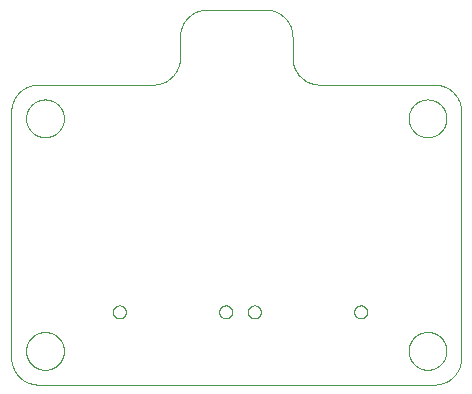
<source format=gbp>
G75*
%MOIN*%
%OFA0B0*%
%FSLAX25Y25*%
%IPPOS*%
%LPD*%
%AMOC8*
5,1,8,0,0,1.08239X$1,22.5*
%
%ADD10C,0.00000*%
D10*
X0014550Y0006924D02*
X0146550Y0006924D01*
X0146767Y0006927D01*
X0146985Y0006935D01*
X0147202Y0006948D01*
X0147419Y0006966D01*
X0147635Y0006990D01*
X0147850Y0007018D01*
X0148065Y0007052D01*
X0148279Y0007092D01*
X0148492Y0007136D01*
X0148704Y0007186D01*
X0148914Y0007240D01*
X0149124Y0007300D01*
X0149331Y0007364D01*
X0149537Y0007434D01*
X0149741Y0007509D01*
X0149944Y0007588D01*
X0150144Y0007673D01*
X0150343Y0007762D01*
X0150539Y0007856D01*
X0150733Y0007955D01*
X0150924Y0008058D01*
X0151113Y0008166D01*
X0151299Y0008279D01*
X0151482Y0008396D01*
X0151663Y0008517D01*
X0151840Y0008643D01*
X0152014Y0008773D01*
X0152186Y0008907D01*
X0152354Y0009045D01*
X0152518Y0009187D01*
X0152679Y0009334D01*
X0152837Y0009484D01*
X0152990Y0009637D01*
X0153140Y0009795D01*
X0153287Y0009956D01*
X0153429Y0010120D01*
X0153567Y0010288D01*
X0153701Y0010460D01*
X0153831Y0010634D01*
X0153957Y0010811D01*
X0154078Y0010992D01*
X0154195Y0011175D01*
X0154308Y0011361D01*
X0154416Y0011550D01*
X0154519Y0011741D01*
X0154618Y0011935D01*
X0154712Y0012131D01*
X0154801Y0012330D01*
X0154886Y0012530D01*
X0154965Y0012733D01*
X0155040Y0012937D01*
X0155110Y0013143D01*
X0155174Y0013350D01*
X0155234Y0013560D01*
X0155288Y0013770D01*
X0155338Y0013982D01*
X0155382Y0014195D01*
X0155422Y0014409D01*
X0155456Y0014624D01*
X0155484Y0014839D01*
X0155508Y0015055D01*
X0155526Y0015272D01*
X0155539Y0015489D01*
X0155547Y0015707D01*
X0155550Y0015924D01*
X0155550Y0097924D01*
X0155547Y0098141D01*
X0155539Y0098359D01*
X0155526Y0098576D01*
X0155508Y0098793D01*
X0155484Y0099009D01*
X0155456Y0099224D01*
X0155422Y0099439D01*
X0155382Y0099653D01*
X0155338Y0099866D01*
X0155288Y0100078D01*
X0155234Y0100288D01*
X0155174Y0100498D01*
X0155110Y0100705D01*
X0155040Y0100911D01*
X0154965Y0101115D01*
X0154886Y0101318D01*
X0154801Y0101518D01*
X0154712Y0101717D01*
X0154618Y0101913D01*
X0154519Y0102107D01*
X0154416Y0102298D01*
X0154308Y0102487D01*
X0154195Y0102673D01*
X0154078Y0102856D01*
X0153957Y0103037D01*
X0153831Y0103214D01*
X0153701Y0103388D01*
X0153567Y0103560D01*
X0153429Y0103728D01*
X0153287Y0103892D01*
X0153140Y0104053D01*
X0152990Y0104211D01*
X0152837Y0104364D01*
X0152679Y0104514D01*
X0152518Y0104661D01*
X0152354Y0104803D01*
X0152186Y0104941D01*
X0152014Y0105075D01*
X0151840Y0105205D01*
X0151663Y0105331D01*
X0151482Y0105452D01*
X0151299Y0105569D01*
X0151113Y0105682D01*
X0150924Y0105790D01*
X0150733Y0105893D01*
X0150539Y0105992D01*
X0150343Y0106086D01*
X0150144Y0106175D01*
X0149944Y0106260D01*
X0149741Y0106339D01*
X0149537Y0106414D01*
X0149331Y0106484D01*
X0149124Y0106548D01*
X0148914Y0106608D01*
X0148704Y0106662D01*
X0148492Y0106712D01*
X0148279Y0106756D01*
X0148065Y0106796D01*
X0147850Y0106830D01*
X0147635Y0106858D01*
X0147419Y0106882D01*
X0147202Y0106900D01*
X0146985Y0106913D01*
X0146767Y0106921D01*
X0146550Y0106924D01*
X0108300Y0106924D01*
X0108083Y0106927D01*
X0107865Y0106935D01*
X0107648Y0106948D01*
X0107431Y0106966D01*
X0107215Y0106990D01*
X0107000Y0107018D01*
X0106785Y0107052D01*
X0106571Y0107092D01*
X0106358Y0107136D01*
X0106146Y0107186D01*
X0105936Y0107240D01*
X0105726Y0107300D01*
X0105519Y0107364D01*
X0105313Y0107434D01*
X0105109Y0107509D01*
X0104906Y0107588D01*
X0104706Y0107673D01*
X0104507Y0107762D01*
X0104311Y0107856D01*
X0104117Y0107955D01*
X0103926Y0108058D01*
X0103737Y0108166D01*
X0103551Y0108279D01*
X0103368Y0108396D01*
X0103187Y0108517D01*
X0103010Y0108643D01*
X0102836Y0108773D01*
X0102664Y0108907D01*
X0102496Y0109045D01*
X0102332Y0109187D01*
X0102171Y0109334D01*
X0102013Y0109484D01*
X0101860Y0109637D01*
X0101710Y0109795D01*
X0101563Y0109956D01*
X0101421Y0110120D01*
X0101283Y0110288D01*
X0101149Y0110460D01*
X0101019Y0110634D01*
X0100893Y0110811D01*
X0100772Y0110992D01*
X0100655Y0111175D01*
X0100542Y0111361D01*
X0100434Y0111550D01*
X0100331Y0111741D01*
X0100232Y0111935D01*
X0100138Y0112131D01*
X0100049Y0112330D01*
X0099964Y0112530D01*
X0099885Y0112733D01*
X0099810Y0112937D01*
X0099740Y0113143D01*
X0099676Y0113350D01*
X0099616Y0113560D01*
X0099562Y0113770D01*
X0099512Y0113982D01*
X0099468Y0114195D01*
X0099428Y0114409D01*
X0099394Y0114624D01*
X0099366Y0114839D01*
X0099342Y0115055D01*
X0099324Y0115272D01*
X0099311Y0115489D01*
X0099303Y0115707D01*
X0099300Y0115924D01*
X0099300Y0122924D01*
X0099297Y0123141D01*
X0099289Y0123359D01*
X0099276Y0123576D01*
X0099258Y0123793D01*
X0099234Y0124009D01*
X0099206Y0124224D01*
X0099172Y0124439D01*
X0099132Y0124653D01*
X0099088Y0124866D01*
X0099038Y0125078D01*
X0098984Y0125288D01*
X0098924Y0125498D01*
X0098860Y0125705D01*
X0098790Y0125911D01*
X0098715Y0126115D01*
X0098636Y0126318D01*
X0098551Y0126518D01*
X0098462Y0126717D01*
X0098368Y0126913D01*
X0098269Y0127107D01*
X0098166Y0127298D01*
X0098058Y0127487D01*
X0097945Y0127673D01*
X0097828Y0127856D01*
X0097707Y0128037D01*
X0097581Y0128214D01*
X0097451Y0128388D01*
X0097317Y0128560D01*
X0097179Y0128728D01*
X0097037Y0128892D01*
X0096890Y0129053D01*
X0096740Y0129211D01*
X0096587Y0129364D01*
X0096429Y0129514D01*
X0096268Y0129661D01*
X0096104Y0129803D01*
X0095936Y0129941D01*
X0095764Y0130075D01*
X0095590Y0130205D01*
X0095413Y0130331D01*
X0095232Y0130452D01*
X0095049Y0130569D01*
X0094863Y0130682D01*
X0094674Y0130790D01*
X0094483Y0130893D01*
X0094289Y0130992D01*
X0094093Y0131086D01*
X0093894Y0131175D01*
X0093694Y0131260D01*
X0093491Y0131339D01*
X0093287Y0131414D01*
X0093081Y0131484D01*
X0092874Y0131548D01*
X0092664Y0131608D01*
X0092454Y0131662D01*
X0092242Y0131712D01*
X0092029Y0131756D01*
X0091815Y0131796D01*
X0091600Y0131830D01*
X0091385Y0131858D01*
X0091169Y0131882D01*
X0090952Y0131900D01*
X0090735Y0131913D01*
X0090517Y0131921D01*
X0090300Y0131924D01*
X0070800Y0131924D01*
X0070583Y0131921D01*
X0070365Y0131913D01*
X0070148Y0131900D01*
X0069931Y0131882D01*
X0069715Y0131858D01*
X0069500Y0131830D01*
X0069285Y0131796D01*
X0069071Y0131756D01*
X0068858Y0131712D01*
X0068646Y0131662D01*
X0068436Y0131608D01*
X0068226Y0131548D01*
X0068019Y0131484D01*
X0067813Y0131414D01*
X0067609Y0131339D01*
X0067406Y0131260D01*
X0067206Y0131175D01*
X0067007Y0131086D01*
X0066811Y0130992D01*
X0066617Y0130893D01*
X0066426Y0130790D01*
X0066237Y0130682D01*
X0066051Y0130569D01*
X0065868Y0130452D01*
X0065687Y0130331D01*
X0065510Y0130205D01*
X0065336Y0130075D01*
X0065164Y0129941D01*
X0064996Y0129803D01*
X0064832Y0129661D01*
X0064671Y0129514D01*
X0064513Y0129364D01*
X0064360Y0129211D01*
X0064210Y0129053D01*
X0064063Y0128892D01*
X0063921Y0128728D01*
X0063783Y0128560D01*
X0063649Y0128388D01*
X0063519Y0128214D01*
X0063393Y0128037D01*
X0063272Y0127856D01*
X0063155Y0127673D01*
X0063042Y0127487D01*
X0062934Y0127298D01*
X0062831Y0127107D01*
X0062732Y0126913D01*
X0062638Y0126717D01*
X0062549Y0126518D01*
X0062464Y0126318D01*
X0062385Y0126115D01*
X0062310Y0125911D01*
X0062240Y0125705D01*
X0062176Y0125498D01*
X0062116Y0125288D01*
X0062062Y0125078D01*
X0062012Y0124866D01*
X0061968Y0124653D01*
X0061928Y0124439D01*
X0061894Y0124224D01*
X0061866Y0124009D01*
X0061842Y0123793D01*
X0061824Y0123576D01*
X0061811Y0123359D01*
X0061803Y0123141D01*
X0061800Y0122924D01*
X0061800Y0115924D01*
X0061797Y0115707D01*
X0061789Y0115489D01*
X0061776Y0115272D01*
X0061758Y0115055D01*
X0061734Y0114839D01*
X0061706Y0114624D01*
X0061672Y0114409D01*
X0061632Y0114195D01*
X0061588Y0113982D01*
X0061538Y0113770D01*
X0061484Y0113560D01*
X0061424Y0113350D01*
X0061360Y0113143D01*
X0061290Y0112937D01*
X0061215Y0112733D01*
X0061136Y0112530D01*
X0061051Y0112330D01*
X0060962Y0112131D01*
X0060868Y0111935D01*
X0060769Y0111741D01*
X0060666Y0111550D01*
X0060558Y0111361D01*
X0060445Y0111175D01*
X0060328Y0110992D01*
X0060207Y0110811D01*
X0060081Y0110634D01*
X0059951Y0110460D01*
X0059817Y0110288D01*
X0059679Y0110120D01*
X0059537Y0109956D01*
X0059390Y0109795D01*
X0059240Y0109637D01*
X0059087Y0109484D01*
X0058929Y0109334D01*
X0058768Y0109187D01*
X0058604Y0109045D01*
X0058436Y0108907D01*
X0058264Y0108773D01*
X0058090Y0108643D01*
X0057913Y0108517D01*
X0057732Y0108396D01*
X0057549Y0108279D01*
X0057363Y0108166D01*
X0057174Y0108058D01*
X0056983Y0107955D01*
X0056789Y0107856D01*
X0056593Y0107762D01*
X0056394Y0107673D01*
X0056194Y0107588D01*
X0055991Y0107509D01*
X0055787Y0107434D01*
X0055581Y0107364D01*
X0055374Y0107300D01*
X0055164Y0107240D01*
X0054954Y0107186D01*
X0054742Y0107136D01*
X0054529Y0107092D01*
X0054315Y0107052D01*
X0054100Y0107018D01*
X0053885Y0106990D01*
X0053669Y0106966D01*
X0053452Y0106948D01*
X0053235Y0106935D01*
X0053017Y0106927D01*
X0052800Y0106924D01*
X0014550Y0106924D01*
X0014333Y0106921D01*
X0014115Y0106913D01*
X0013898Y0106900D01*
X0013681Y0106882D01*
X0013465Y0106858D01*
X0013250Y0106830D01*
X0013035Y0106796D01*
X0012821Y0106756D01*
X0012608Y0106712D01*
X0012396Y0106662D01*
X0012186Y0106608D01*
X0011976Y0106548D01*
X0011769Y0106484D01*
X0011563Y0106414D01*
X0011359Y0106339D01*
X0011156Y0106260D01*
X0010956Y0106175D01*
X0010757Y0106086D01*
X0010561Y0105992D01*
X0010367Y0105893D01*
X0010176Y0105790D01*
X0009987Y0105682D01*
X0009801Y0105569D01*
X0009618Y0105452D01*
X0009437Y0105331D01*
X0009260Y0105205D01*
X0009086Y0105075D01*
X0008914Y0104941D01*
X0008746Y0104803D01*
X0008582Y0104661D01*
X0008421Y0104514D01*
X0008263Y0104364D01*
X0008110Y0104211D01*
X0007960Y0104053D01*
X0007813Y0103892D01*
X0007671Y0103728D01*
X0007533Y0103560D01*
X0007399Y0103388D01*
X0007269Y0103214D01*
X0007143Y0103037D01*
X0007022Y0102856D01*
X0006905Y0102673D01*
X0006792Y0102487D01*
X0006684Y0102298D01*
X0006581Y0102107D01*
X0006482Y0101913D01*
X0006388Y0101717D01*
X0006299Y0101518D01*
X0006214Y0101318D01*
X0006135Y0101115D01*
X0006060Y0100911D01*
X0005990Y0100705D01*
X0005926Y0100498D01*
X0005866Y0100288D01*
X0005812Y0100078D01*
X0005762Y0099866D01*
X0005718Y0099653D01*
X0005678Y0099439D01*
X0005644Y0099224D01*
X0005616Y0099009D01*
X0005592Y0098793D01*
X0005574Y0098576D01*
X0005561Y0098359D01*
X0005553Y0098141D01*
X0005550Y0097924D01*
X0005550Y0015924D01*
X0005553Y0015707D01*
X0005561Y0015489D01*
X0005574Y0015272D01*
X0005592Y0015055D01*
X0005616Y0014839D01*
X0005644Y0014624D01*
X0005678Y0014409D01*
X0005718Y0014195D01*
X0005762Y0013982D01*
X0005812Y0013770D01*
X0005866Y0013560D01*
X0005926Y0013350D01*
X0005990Y0013143D01*
X0006060Y0012937D01*
X0006135Y0012733D01*
X0006214Y0012530D01*
X0006299Y0012330D01*
X0006388Y0012131D01*
X0006482Y0011935D01*
X0006581Y0011741D01*
X0006684Y0011550D01*
X0006792Y0011361D01*
X0006905Y0011175D01*
X0007022Y0010992D01*
X0007143Y0010811D01*
X0007269Y0010634D01*
X0007399Y0010460D01*
X0007533Y0010288D01*
X0007671Y0010120D01*
X0007813Y0009956D01*
X0007960Y0009795D01*
X0008110Y0009637D01*
X0008263Y0009484D01*
X0008421Y0009334D01*
X0008582Y0009187D01*
X0008746Y0009045D01*
X0008914Y0008907D01*
X0009086Y0008773D01*
X0009260Y0008643D01*
X0009437Y0008517D01*
X0009618Y0008396D01*
X0009801Y0008279D01*
X0009987Y0008166D01*
X0010176Y0008058D01*
X0010367Y0007955D01*
X0010561Y0007856D01*
X0010757Y0007762D01*
X0010956Y0007673D01*
X0011156Y0007588D01*
X0011359Y0007509D01*
X0011563Y0007434D01*
X0011769Y0007364D01*
X0011976Y0007300D01*
X0012186Y0007240D01*
X0012396Y0007186D01*
X0012608Y0007136D01*
X0012821Y0007092D01*
X0013035Y0007052D01*
X0013250Y0007018D01*
X0013465Y0006990D01*
X0013681Y0006966D01*
X0013898Y0006948D01*
X0014115Y0006935D01*
X0014333Y0006927D01*
X0014550Y0006924D01*
X0010501Y0018174D02*
X0010503Y0018332D01*
X0010509Y0018490D01*
X0010519Y0018648D01*
X0010533Y0018806D01*
X0010551Y0018963D01*
X0010572Y0019120D01*
X0010598Y0019276D01*
X0010628Y0019432D01*
X0010661Y0019587D01*
X0010699Y0019740D01*
X0010740Y0019893D01*
X0010785Y0020045D01*
X0010834Y0020196D01*
X0010887Y0020345D01*
X0010943Y0020493D01*
X0011003Y0020639D01*
X0011067Y0020784D01*
X0011135Y0020927D01*
X0011206Y0021069D01*
X0011280Y0021209D01*
X0011358Y0021346D01*
X0011440Y0021482D01*
X0011524Y0021616D01*
X0011613Y0021747D01*
X0011704Y0021876D01*
X0011799Y0022003D01*
X0011896Y0022128D01*
X0011997Y0022250D01*
X0012101Y0022369D01*
X0012208Y0022486D01*
X0012318Y0022600D01*
X0012431Y0022711D01*
X0012546Y0022820D01*
X0012664Y0022925D01*
X0012785Y0023027D01*
X0012908Y0023127D01*
X0013034Y0023223D01*
X0013162Y0023316D01*
X0013292Y0023406D01*
X0013425Y0023492D01*
X0013560Y0023576D01*
X0013696Y0023655D01*
X0013835Y0023732D01*
X0013976Y0023804D01*
X0014118Y0023874D01*
X0014262Y0023939D01*
X0014408Y0024001D01*
X0014555Y0024059D01*
X0014704Y0024114D01*
X0014854Y0024165D01*
X0015005Y0024212D01*
X0015157Y0024255D01*
X0015310Y0024294D01*
X0015465Y0024330D01*
X0015620Y0024361D01*
X0015776Y0024389D01*
X0015932Y0024413D01*
X0016089Y0024433D01*
X0016247Y0024449D01*
X0016404Y0024461D01*
X0016563Y0024469D01*
X0016721Y0024473D01*
X0016879Y0024473D01*
X0017037Y0024469D01*
X0017196Y0024461D01*
X0017353Y0024449D01*
X0017511Y0024433D01*
X0017668Y0024413D01*
X0017824Y0024389D01*
X0017980Y0024361D01*
X0018135Y0024330D01*
X0018290Y0024294D01*
X0018443Y0024255D01*
X0018595Y0024212D01*
X0018746Y0024165D01*
X0018896Y0024114D01*
X0019045Y0024059D01*
X0019192Y0024001D01*
X0019338Y0023939D01*
X0019482Y0023874D01*
X0019624Y0023804D01*
X0019765Y0023732D01*
X0019904Y0023655D01*
X0020040Y0023576D01*
X0020175Y0023492D01*
X0020308Y0023406D01*
X0020438Y0023316D01*
X0020566Y0023223D01*
X0020692Y0023127D01*
X0020815Y0023027D01*
X0020936Y0022925D01*
X0021054Y0022820D01*
X0021169Y0022711D01*
X0021282Y0022600D01*
X0021392Y0022486D01*
X0021499Y0022369D01*
X0021603Y0022250D01*
X0021704Y0022128D01*
X0021801Y0022003D01*
X0021896Y0021876D01*
X0021987Y0021747D01*
X0022076Y0021616D01*
X0022160Y0021482D01*
X0022242Y0021346D01*
X0022320Y0021209D01*
X0022394Y0021069D01*
X0022465Y0020927D01*
X0022533Y0020784D01*
X0022597Y0020639D01*
X0022657Y0020493D01*
X0022713Y0020345D01*
X0022766Y0020196D01*
X0022815Y0020045D01*
X0022860Y0019893D01*
X0022901Y0019740D01*
X0022939Y0019587D01*
X0022972Y0019432D01*
X0023002Y0019276D01*
X0023028Y0019120D01*
X0023049Y0018963D01*
X0023067Y0018806D01*
X0023081Y0018648D01*
X0023091Y0018490D01*
X0023097Y0018332D01*
X0023099Y0018174D01*
X0023097Y0018016D01*
X0023091Y0017858D01*
X0023081Y0017700D01*
X0023067Y0017542D01*
X0023049Y0017385D01*
X0023028Y0017228D01*
X0023002Y0017072D01*
X0022972Y0016916D01*
X0022939Y0016761D01*
X0022901Y0016608D01*
X0022860Y0016455D01*
X0022815Y0016303D01*
X0022766Y0016152D01*
X0022713Y0016003D01*
X0022657Y0015855D01*
X0022597Y0015709D01*
X0022533Y0015564D01*
X0022465Y0015421D01*
X0022394Y0015279D01*
X0022320Y0015139D01*
X0022242Y0015002D01*
X0022160Y0014866D01*
X0022076Y0014732D01*
X0021987Y0014601D01*
X0021896Y0014472D01*
X0021801Y0014345D01*
X0021704Y0014220D01*
X0021603Y0014098D01*
X0021499Y0013979D01*
X0021392Y0013862D01*
X0021282Y0013748D01*
X0021169Y0013637D01*
X0021054Y0013528D01*
X0020936Y0013423D01*
X0020815Y0013321D01*
X0020692Y0013221D01*
X0020566Y0013125D01*
X0020438Y0013032D01*
X0020308Y0012942D01*
X0020175Y0012856D01*
X0020040Y0012772D01*
X0019904Y0012693D01*
X0019765Y0012616D01*
X0019624Y0012544D01*
X0019482Y0012474D01*
X0019338Y0012409D01*
X0019192Y0012347D01*
X0019045Y0012289D01*
X0018896Y0012234D01*
X0018746Y0012183D01*
X0018595Y0012136D01*
X0018443Y0012093D01*
X0018290Y0012054D01*
X0018135Y0012018D01*
X0017980Y0011987D01*
X0017824Y0011959D01*
X0017668Y0011935D01*
X0017511Y0011915D01*
X0017353Y0011899D01*
X0017196Y0011887D01*
X0017037Y0011879D01*
X0016879Y0011875D01*
X0016721Y0011875D01*
X0016563Y0011879D01*
X0016404Y0011887D01*
X0016247Y0011899D01*
X0016089Y0011915D01*
X0015932Y0011935D01*
X0015776Y0011959D01*
X0015620Y0011987D01*
X0015465Y0012018D01*
X0015310Y0012054D01*
X0015157Y0012093D01*
X0015005Y0012136D01*
X0014854Y0012183D01*
X0014704Y0012234D01*
X0014555Y0012289D01*
X0014408Y0012347D01*
X0014262Y0012409D01*
X0014118Y0012474D01*
X0013976Y0012544D01*
X0013835Y0012616D01*
X0013696Y0012693D01*
X0013560Y0012772D01*
X0013425Y0012856D01*
X0013292Y0012942D01*
X0013162Y0013032D01*
X0013034Y0013125D01*
X0012908Y0013221D01*
X0012785Y0013321D01*
X0012664Y0013423D01*
X0012546Y0013528D01*
X0012431Y0013637D01*
X0012318Y0013748D01*
X0012208Y0013862D01*
X0012101Y0013979D01*
X0011997Y0014098D01*
X0011896Y0014220D01*
X0011799Y0014345D01*
X0011704Y0014472D01*
X0011613Y0014601D01*
X0011524Y0014732D01*
X0011440Y0014866D01*
X0011358Y0015002D01*
X0011280Y0015139D01*
X0011206Y0015279D01*
X0011135Y0015421D01*
X0011067Y0015564D01*
X0011003Y0015709D01*
X0010943Y0015855D01*
X0010887Y0016003D01*
X0010834Y0016152D01*
X0010785Y0016303D01*
X0010740Y0016455D01*
X0010699Y0016608D01*
X0010661Y0016761D01*
X0010628Y0016916D01*
X0010598Y0017072D01*
X0010572Y0017228D01*
X0010551Y0017385D01*
X0010533Y0017542D01*
X0010519Y0017700D01*
X0010509Y0017858D01*
X0010503Y0018016D01*
X0010501Y0018174D01*
X0039418Y0031156D02*
X0039420Y0031249D01*
X0039426Y0031341D01*
X0039436Y0031433D01*
X0039450Y0031524D01*
X0039467Y0031615D01*
X0039489Y0031705D01*
X0039514Y0031794D01*
X0039543Y0031882D01*
X0039576Y0031968D01*
X0039613Y0032053D01*
X0039653Y0032137D01*
X0039697Y0032218D01*
X0039744Y0032298D01*
X0039794Y0032376D01*
X0039848Y0032451D01*
X0039905Y0032524D01*
X0039965Y0032594D01*
X0040028Y0032662D01*
X0040094Y0032727D01*
X0040162Y0032789D01*
X0040233Y0032849D01*
X0040307Y0032905D01*
X0040383Y0032958D01*
X0040461Y0033007D01*
X0040541Y0033054D01*
X0040623Y0033096D01*
X0040707Y0033136D01*
X0040792Y0033171D01*
X0040879Y0033203D01*
X0040967Y0033232D01*
X0041056Y0033256D01*
X0041146Y0033277D01*
X0041237Y0033293D01*
X0041329Y0033306D01*
X0041421Y0033315D01*
X0041514Y0033320D01*
X0041606Y0033321D01*
X0041699Y0033318D01*
X0041791Y0033311D01*
X0041883Y0033300D01*
X0041974Y0033285D01*
X0042065Y0033267D01*
X0042155Y0033244D01*
X0042243Y0033218D01*
X0042331Y0033188D01*
X0042417Y0033154D01*
X0042501Y0033117D01*
X0042584Y0033075D01*
X0042665Y0033031D01*
X0042745Y0032983D01*
X0042822Y0032932D01*
X0042896Y0032877D01*
X0042969Y0032819D01*
X0043039Y0032759D01*
X0043106Y0032695D01*
X0043170Y0032629D01*
X0043232Y0032559D01*
X0043290Y0032488D01*
X0043345Y0032414D01*
X0043397Y0032337D01*
X0043446Y0032258D01*
X0043492Y0032178D01*
X0043534Y0032095D01*
X0043572Y0032011D01*
X0043607Y0031925D01*
X0043638Y0031838D01*
X0043665Y0031750D01*
X0043688Y0031660D01*
X0043708Y0031570D01*
X0043724Y0031479D01*
X0043736Y0031387D01*
X0043744Y0031295D01*
X0043748Y0031202D01*
X0043748Y0031110D01*
X0043744Y0031017D01*
X0043736Y0030925D01*
X0043724Y0030833D01*
X0043708Y0030742D01*
X0043688Y0030652D01*
X0043665Y0030562D01*
X0043638Y0030474D01*
X0043607Y0030387D01*
X0043572Y0030301D01*
X0043534Y0030217D01*
X0043492Y0030134D01*
X0043446Y0030054D01*
X0043397Y0029975D01*
X0043345Y0029898D01*
X0043290Y0029824D01*
X0043232Y0029753D01*
X0043170Y0029683D01*
X0043106Y0029617D01*
X0043039Y0029553D01*
X0042969Y0029493D01*
X0042896Y0029435D01*
X0042822Y0029380D01*
X0042745Y0029329D01*
X0042666Y0029281D01*
X0042584Y0029237D01*
X0042501Y0029195D01*
X0042417Y0029158D01*
X0042331Y0029124D01*
X0042243Y0029094D01*
X0042155Y0029068D01*
X0042065Y0029045D01*
X0041974Y0029027D01*
X0041883Y0029012D01*
X0041791Y0029001D01*
X0041699Y0028994D01*
X0041606Y0028991D01*
X0041514Y0028992D01*
X0041421Y0028997D01*
X0041329Y0029006D01*
X0041237Y0029019D01*
X0041146Y0029035D01*
X0041056Y0029056D01*
X0040967Y0029080D01*
X0040879Y0029109D01*
X0040792Y0029141D01*
X0040707Y0029176D01*
X0040623Y0029216D01*
X0040541Y0029258D01*
X0040461Y0029305D01*
X0040383Y0029354D01*
X0040307Y0029407D01*
X0040233Y0029463D01*
X0040162Y0029523D01*
X0040094Y0029585D01*
X0040028Y0029650D01*
X0039965Y0029718D01*
X0039905Y0029788D01*
X0039848Y0029861D01*
X0039794Y0029936D01*
X0039744Y0030014D01*
X0039697Y0030094D01*
X0039653Y0030175D01*
X0039613Y0030259D01*
X0039576Y0030344D01*
X0039543Y0030430D01*
X0039514Y0030518D01*
X0039489Y0030607D01*
X0039467Y0030697D01*
X0039450Y0030788D01*
X0039436Y0030879D01*
X0039426Y0030971D01*
X0039420Y0031063D01*
X0039418Y0031156D01*
X0074852Y0031156D02*
X0074854Y0031249D01*
X0074860Y0031341D01*
X0074870Y0031433D01*
X0074884Y0031524D01*
X0074901Y0031615D01*
X0074923Y0031705D01*
X0074948Y0031794D01*
X0074977Y0031882D01*
X0075010Y0031968D01*
X0075047Y0032053D01*
X0075087Y0032137D01*
X0075131Y0032218D01*
X0075178Y0032298D01*
X0075228Y0032376D01*
X0075282Y0032451D01*
X0075339Y0032524D01*
X0075399Y0032594D01*
X0075462Y0032662D01*
X0075528Y0032727D01*
X0075596Y0032789D01*
X0075667Y0032849D01*
X0075741Y0032905D01*
X0075817Y0032958D01*
X0075895Y0033007D01*
X0075975Y0033054D01*
X0076057Y0033096D01*
X0076141Y0033136D01*
X0076226Y0033171D01*
X0076313Y0033203D01*
X0076401Y0033232D01*
X0076490Y0033256D01*
X0076580Y0033277D01*
X0076671Y0033293D01*
X0076763Y0033306D01*
X0076855Y0033315D01*
X0076948Y0033320D01*
X0077040Y0033321D01*
X0077133Y0033318D01*
X0077225Y0033311D01*
X0077317Y0033300D01*
X0077408Y0033285D01*
X0077499Y0033267D01*
X0077589Y0033244D01*
X0077677Y0033218D01*
X0077765Y0033188D01*
X0077851Y0033154D01*
X0077935Y0033117D01*
X0078018Y0033075D01*
X0078099Y0033031D01*
X0078179Y0032983D01*
X0078256Y0032932D01*
X0078330Y0032877D01*
X0078403Y0032819D01*
X0078473Y0032759D01*
X0078540Y0032695D01*
X0078604Y0032629D01*
X0078666Y0032559D01*
X0078724Y0032488D01*
X0078779Y0032414D01*
X0078831Y0032337D01*
X0078880Y0032258D01*
X0078926Y0032178D01*
X0078968Y0032095D01*
X0079006Y0032011D01*
X0079041Y0031925D01*
X0079072Y0031838D01*
X0079099Y0031750D01*
X0079122Y0031660D01*
X0079142Y0031570D01*
X0079158Y0031479D01*
X0079170Y0031387D01*
X0079178Y0031295D01*
X0079182Y0031202D01*
X0079182Y0031110D01*
X0079178Y0031017D01*
X0079170Y0030925D01*
X0079158Y0030833D01*
X0079142Y0030742D01*
X0079122Y0030652D01*
X0079099Y0030562D01*
X0079072Y0030474D01*
X0079041Y0030387D01*
X0079006Y0030301D01*
X0078968Y0030217D01*
X0078926Y0030134D01*
X0078880Y0030054D01*
X0078831Y0029975D01*
X0078779Y0029898D01*
X0078724Y0029824D01*
X0078666Y0029753D01*
X0078604Y0029683D01*
X0078540Y0029617D01*
X0078473Y0029553D01*
X0078403Y0029493D01*
X0078330Y0029435D01*
X0078256Y0029380D01*
X0078179Y0029329D01*
X0078100Y0029281D01*
X0078018Y0029237D01*
X0077935Y0029195D01*
X0077851Y0029158D01*
X0077765Y0029124D01*
X0077677Y0029094D01*
X0077589Y0029068D01*
X0077499Y0029045D01*
X0077408Y0029027D01*
X0077317Y0029012D01*
X0077225Y0029001D01*
X0077133Y0028994D01*
X0077040Y0028991D01*
X0076948Y0028992D01*
X0076855Y0028997D01*
X0076763Y0029006D01*
X0076671Y0029019D01*
X0076580Y0029035D01*
X0076490Y0029056D01*
X0076401Y0029080D01*
X0076313Y0029109D01*
X0076226Y0029141D01*
X0076141Y0029176D01*
X0076057Y0029216D01*
X0075975Y0029258D01*
X0075895Y0029305D01*
X0075817Y0029354D01*
X0075741Y0029407D01*
X0075667Y0029463D01*
X0075596Y0029523D01*
X0075528Y0029585D01*
X0075462Y0029650D01*
X0075399Y0029718D01*
X0075339Y0029788D01*
X0075282Y0029861D01*
X0075228Y0029936D01*
X0075178Y0030014D01*
X0075131Y0030094D01*
X0075087Y0030175D01*
X0075047Y0030259D01*
X0075010Y0030344D01*
X0074977Y0030430D01*
X0074948Y0030518D01*
X0074923Y0030607D01*
X0074901Y0030697D01*
X0074884Y0030788D01*
X0074870Y0030879D01*
X0074860Y0030971D01*
X0074854Y0031063D01*
X0074852Y0031156D01*
X0084418Y0031156D02*
X0084420Y0031249D01*
X0084426Y0031341D01*
X0084436Y0031433D01*
X0084450Y0031524D01*
X0084467Y0031615D01*
X0084489Y0031705D01*
X0084514Y0031794D01*
X0084543Y0031882D01*
X0084576Y0031968D01*
X0084613Y0032053D01*
X0084653Y0032137D01*
X0084697Y0032218D01*
X0084744Y0032298D01*
X0084794Y0032376D01*
X0084848Y0032451D01*
X0084905Y0032524D01*
X0084965Y0032594D01*
X0085028Y0032662D01*
X0085094Y0032727D01*
X0085162Y0032789D01*
X0085233Y0032849D01*
X0085307Y0032905D01*
X0085383Y0032958D01*
X0085461Y0033007D01*
X0085541Y0033054D01*
X0085623Y0033096D01*
X0085707Y0033136D01*
X0085792Y0033171D01*
X0085879Y0033203D01*
X0085967Y0033232D01*
X0086056Y0033256D01*
X0086146Y0033277D01*
X0086237Y0033293D01*
X0086329Y0033306D01*
X0086421Y0033315D01*
X0086514Y0033320D01*
X0086606Y0033321D01*
X0086699Y0033318D01*
X0086791Y0033311D01*
X0086883Y0033300D01*
X0086974Y0033285D01*
X0087065Y0033267D01*
X0087155Y0033244D01*
X0087243Y0033218D01*
X0087331Y0033188D01*
X0087417Y0033154D01*
X0087501Y0033117D01*
X0087584Y0033075D01*
X0087665Y0033031D01*
X0087745Y0032983D01*
X0087822Y0032932D01*
X0087896Y0032877D01*
X0087969Y0032819D01*
X0088039Y0032759D01*
X0088106Y0032695D01*
X0088170Y0032629D01*
X0088232Y0032559D01*
X0088290Y0032488D01*
X0088345Y0032414D01*
X0088397Y0032337D01*
X0088446Y0032258D01*
X0088492Y0032178D01*
X0088534Y0032095D01*
X0088572Y0032011D01*
X0088607Y0031925D01*
X0088638Y0031838D01*
X0088665Y0031750D01*
X0088688Y0031660D01*
X0088708Y0031570D01*
X0088724Y0031479D01*
X0088736Y0031387D01*
X0088744Y0031295D01*
X0088748Y0031202D01*
X0088748Y0031110D01*
X0088744Y0031017D01*
X0088736Y0030925D01*
X0088724Y0030833D01*
X0088708Y0030742D01*
X0088688Y0030652D01*
X0088665Y0030562D01*
X0088638Y0030474D01*
X0088607Y0030387D01*
X0088572Y0030301D01*
X0088534Y0030217D01*
X0088492Y0030134D01*
X0088446Y0030054D01*
X0088397Y0029975D01*
X0088345Y0029898D01*
X0088290Y0029824D01*
X0088232Y0029753D01*
X0088170Y0029683D01*
X0088106Y0029617D01*
X0088039Y0029553D01*
X0087969Y0029493D01*
X0087896Y0029435D01*
X0087822Y0029380D01*
X0087745Y0029329D01*
X0087666Y0029281D01*
X0087584Y0029237D01*
X0087501Y0029195D01*
X0087417Y0029158D01*
X0087331Y0029124D01*
X0087243Y0029094D01*
X0087155Y0029068D01*
X0087065Y0029045D01*
X0086974Y0029027D01*
X0086883Y0029012D01*
X0086791Y0029001D01*
X0086699Y0028994D01*
X0086606Y0028991D01*
X0086514Y0028992D01*
X0086421Y0028997D01*
X0086329Y0029006D01*
X0086237Y0029019D01*
X0086146Y0029035D01*
X0086056Y0029056D01*
X0085967Y0029080D01*
X0085879Y0029109D01*
X0085792Y0029141D01*
X0085707Y0029176D01*
X0085623Y0029216D01*
X0085541Y0029258D01*
X0085461Y0029305D01*
X0085383Y0029354D01*
X0085307Y0029407D01*
X0085233Y0029463D01*
X0085162Y0029523D01*
X0085094Y0029585D01*
X0085028Y0029650D01*
X0084965Y0029718D01*
X0084905Y0029788D01*
X0084848Y0029861D01*
X0084794Y0029936D01*
X0084744Y0030014D01*
X0084697Y0030094D01*
X0084653Y0030175D01*
X0084613Y0030259D01*
X0084576Y0030344D01*
X0084543Y0030430D01*
X0084514Y0030518D01*
X0084489Y0030607D01*
X0084467Y0030697D01*
X0084450Y0030788D01*
X0084436Y0030879D01*
X0084426Y0030971D01*
X0084420Y0031063D01*
X0084418Y0031156D01*
X0119852Y0031156D02*
X0119854Y0031249D01*
X0119860Y0031341D01*
X0119870Y0031433D01*
X0119884Y0031524D01*
X0119901Y0031615D01*
X0119923Y0031705D01*
X0119948Y0031794D01*
X0119977Y0031882D01*
X0120010Y0031968D01*
X0120047Y0032053D01*
X0120087Y0032137D01*
X0120131Y0032218D01*
X0120178Y0032298D01*
X0120228Y0032376D01*
X0120282Y0032451D01*
X0120339Y0032524D01*
X0120399Y0032594D01*
X0120462Y0032662D01*
X0120528Y0032727D01*
X0120596Y0032789D01*
X0120667Y0032849D01*
X0120741Y0032905D01*
X0120817Y0032958D01*
X0120895Y0033007D01*
X0120975Y0033054D01*
X0121057Y0033096D01*
X0121141Y0033136D01*
X0121226Y0033171D01*
X0121313Y0033203D01*
X0121401Y0033232D01*
X0121490Y0033256D01*
X0121580Y0033277D01*
X0121671Y0033293D01*
X0121763Y0033306D01*
X0121855Y0033315D01*
X0121948Y0033320D01*
X0122040Y0033321D01*
X0122133Y0033318D01*
X0122225Y0033311D01*
X0122317Y0033300D01*
X0122408Y0033285D01*
X0122499Y0033267D01*
X0122589Y0033244D01*
X0122677Y0033218D01*
X0122765Y0033188D01*
X0122851Y0033154D01*
X0122935Y0033117D01*
X0123018Y0033075D01*
X0123099Y0033031D01*
X0123179Y0032983D01*
X0123256Y0032932D01*
X0123330Y0032877D01*
X0123403Y0032819D01*
X0123473Y0032759D01*
X0123540Y0032695D01*
X0123604Y0032629D01*
X0123666Y0032559D01*
X0123724Y0032488D01*
X0123779Y0032414D01*
X0123831Y0032337D01*
X0123880Y0032258D01*
X0123926Y0032178D01*
X0123968Y0032095D01*
X0124006Y0032011D01*
X0124041Y0031925D01*
X0124072Y0031838D01*
X0124099Y0031750D01*
X0124122Y0031660D01*
X0124142Y0031570D01*
X0124158Y0031479D01*
X0124170Y0031387D01*
X0124178Y0031295D01*
X0124182Y0031202D01*
X0124182Y0031110D01*
X0124178Y0031017D01*
X0124170Y0030925D01*
X0124158Y0030833D01*
X0124142Y0030742D01*
X0124122Y0030652D01*
X0124099Y0030562D01*
X0124072Y0030474D01*
X0124041Y0030387D01*
X0124006Y0030301D01*
X0123968Y0030217D01*
X0123926Y0030134D01*
X0123880Y0030054D01*
X0123831Y0029975D01*
X0123779Y0029898D01*
X0123724Y0029824D01*
X0123666Y0029753D01*
X0123604Y0029683D01*
X0123540Y0029617D01*
X0123473Y0029553D01*
X0123403Y0029493D01*
X0123330Y0029435D01*
X0123256Y0029380D01*
X0123179Y0029329D01*
X0123100Y0029281D01*
X0123018Y0029237D01*
X0122935Y0029195D01*
X0122851Y0029158D01*
X0122765Y0029124D01*
X0122677Y0029094D01*
X0122589Y0029068D01*
X0122499Y0029045D01*
X0122408Y0029027D01*
X0122317Y0029012D01*
X0122225Y0029001D01*
X0122133Y0028994D01*
X0122040Y0028991D01*
X0121948Y0028992D01*
X0121855Y0028997D01*
X0121763Y0029006D01*
X0121671Y0029019D01*
X0121580Y0029035D01*
X0121490Y0029056D01*
X0121401Y0029080D01*
X0121313Y0029109D01*
X0121226Y0029141D01*
X0121141Y0029176D01*
X0121057Y0029216D01*
X0120975Y0029258D01*
X0120895Y0029305D01*
X0120817Y0029354D01*
X0120741Y0029407D01*
X0120667Y0029463D01*
X0120596Y0029523D01*
X0120528Y0029585D01*
X0120462Y0029650D01*
X0120399Y0029718D01*
X0120339Y0029788D01*
X0120282Y0029861D01*
X0120228Y0029936D01*
X0120178Y0030014D01*
X0120131Y0030094D01*
X0120087Y0030175D01*
X0120047Y0030259D01*
X0120010Y0030344D01*
X0119977Y0030430D01*
X0119948Y0030518D01*
X0119923Y0030607D01*
X0119901Y0030697D01*
X0119884Y0030788D01*
X0119870Y0030879D01*
X0119860Y0030971D01*
X0119854Y0031063D01*
X0119852Y0031156D01*
X0138001Y0018174D02*
X0138003Y0018332D01*
X0138009Y0018490D01*
X0138019Y0018648D01*
X0138033Y0018806D01*
X0138051Y0018963D01*
X0138072Y0019120D01*
X0138098Y0019276D01*
X0138128Y0019432D01*
X0138161Y0019587D01*
X0138199Y0019740D01*
X0138240Y0019893D01*
X0138285Y0020045D01*
X0138334Y0020196D01*
X0138387Y0020345D01*
X0138443Y0020493D01*
X0138503Y0020639D01*
X0138567Y0020784D01*
X0138635Y0020927D01*
X0138706Y0021069D01*
X0138780Y0021209D01*
X0138858Y0021346D01*
X0138940Y0021482D01*
X0139024Y0021616D01*
X0139113Y0021747D01*
X0139204Y0021876D01*
X0139299Y0022003D01*
X0139396Y0022128D01*
X0139497Y0022250D01*
X0139601Y0022369D01*
X0139708Y0022486D01*
X0139818Y0022600D01*
X0139931Y0022711D01*
X0140046Y0022820D01*
X0140164Y0022925D01*
X0140285Y0023027D01*
X0140408Y0023127D01*
X0140534Y0023223D01*
X0140662Y0023316D01*
X0140792Y0023406D01*
X0140925Y0023492D01*
X0141060Y0023576D01*
X0141196Y0023655D01*
X0141335Y0023732D01*
X0141476Y0023804D01*
X0141618Y0023874D01*
X0141762Y0023939D01*
X0141908Y0024001D01*
X0142055Y0024059D01*
X0142204Y0024114D01*
X0142354Y0024165D01*
X0142505Y0024212D01*
X0142657Y0024255D01*
X0142810Y0024294D01*
X0142965Y0024330D01*
X0143120Y0024361D01*
X0143276Y0024389D01*
X0143432Y0024413D01*
X0143589Y0024433D01*
X0143747Y0024449D01*
X0143904Y0024461D01*
X0144063Y0024469D01*
X0144221Y0024473D01*
X0144379Y0024473D01*
X0144537Y0024469D01*
X0144696Y0024461D01*
X0144853Y0024449D01*
X0145011Y0024433D01*
X0145168Y0024413D01*
X0145324Y0024389D01*
X0145480Y0024361D01*
X0145635Y0024330D01*
X0145790Y0024294D01*
X0145943Y0024255D01*
X0146095Y0024212D01*
X0146246Y0024165D01*
X0146396Y0024114D01*
X0146545Y0024059D01*
X0146692Y0024001D01*
X0146838Y0023939D01*
X0146982Y0023874D01*
X0147124Y0023804D01*
X0147265Y0023732D01*
X0147404Y0023655D01*
X0147540Y0023576D01*
X0147675Y0023492D01*
X0147808Y0023406D01*
X0147938Y0023316D01*
X0148066Y0023223D01*
X0148192Y0023127D01*
X0148315Y0023027D01*
X0148436Y0022925D01*
X0148554Y0022820D01*
X0148669Y0022711D01*
X0148782Y0022600D01*
X0148892Y0022486D01*
X0148999Y0022369D01*
X0149103Y0022250D01*
X0149204Y0022128D01*
X0149301Y0022003D01*
X0149396Y0021876D01*
X0149487Y0021747D01*
X0149576Y0021616D01*
X0149660Y0021482D01*
X0149742Y0021346D01*
X0149820Y0021209D01*
X0149894Y0021069D01*
X0149965Y0020927D01*
X0150033Y0020784D01*
X0150097Y0020639D01*
X0150157Y0020493D01*
X0150213Y0020345D01*
X0150266Y0020196D01*
X0150315Y0020045D01*
X0150360Y0019893D01*
X0150401Y0019740D01*
X0150439Y0019587D01*
X0150472Y0019432D01*
X0150502Y0019276D01*
X0150528Y0019120D01*
X0150549Y0018963D01*
X0150567Y0018806D01*
X0150581Y0018648D01*
X0150591Y0018490D01*
X0150597Y0018332D01*
X0150599Y0018174D01*
X0150597Y0018016D01*
X0150591Y0017858D01*
X0150581Y0017700D01*
X0150567Y0017542D01*
X0150549Y0017385D01*
X0150528Y0017228D01*
X0150502Y0017072D01*
X0150472Y0016916D01*
X0150439Y0016761D01*
X0150401Y0016608D01*
X0150360Y0016455D01*
X0150315Y0016303D01*
X0150266Y0016152D01*
X0150213Y0016003D01*
X0150157Y0015855D01*
X0150097Y0015709D01*
X0150033Y0015564D01*
X0149965Y0015421D01*
X0149894Y0015279D01*
X0149820Y0015139D01*
X0149742Y0015002D01*
X0149660Y0014866D01*
X0149576Y0014732D01*
X0149487Y0014601D01*
X0149396Y0014472D01*
X0149301Y0014345D01*
X0149204Y0014220D01*
X0149103Y0014098D01*
X0148999Y0013979D01*
X0148892Y0013862D01*
X0148782Y0013748D01*
X0148669Y0013637D01*
X0148554Y0013528D01*
X0148436Y0013423D01*
X0148315Y0013321D01*
X0148192Y0013221D01*
X0148066Y0013125D01*
X0147938Y0013032D01*
X0147808Y0012942D01*
X0147675Y0012856D01*
X0147540Y0012772D01*
X0147404Y0012693D01*
X0147265Y0012616D01*
X0147124Y0012544D01*
X0146982Y0012474D01*
X0146838Y0012409D01*
X0146692Y0012347D01*
X0146545Y0012289D01*
X0146396Y0012234D01*
X0146246Y0012183D01*
X0146095Y0012136D01*
X0145943Y0012093D01*
X0145790Y0012054D01*
X0145635Y0012018D01*
X0145480Y0011987D01*
X0145324Y0011959D01*
X0145168Y0011935D01*
X0145011Y0011915D01*
X0144853Y0011899D01*
X0144696Y0011887D01*
X0144537Y0011879D01*
X0144379Y0011875D01*
X0144221Y0011875D01*
X0144063Y0011879D01*
X0143904Y0011887D01*
X0143747Y0011899D01*
X0143589Y0011915D01*
X0143432Y0011935D01*
X0143276Y0011959D01*
X0143120Y0011987D01*
X0142965Y0012018D01*
X0142810Y0012054D01*
X0142657Y0012093D01*
X0142505Y0012136D01*
X0142354Y0012183D01*
X0142204Y0012234D01*
X0142055Y0012289D01*
X0141908Y0012347D01*
X0141762Y0012409D01*
X0141618Y0012474D01*
X0141476Y0012544D01*
X0141335Y0012616D01*
X0141196Y0012693D01*
X0141060Y0012772D01*
X0140925Y0012856D01*
X0140792Y0012942D01*
X0140662Y0013032D01*
X0140534Y0013125D01*
X0140408Y0013221D01*
X0140285Y0013321D01*
X0140164Y0013423D01*
X0140046Y0013528D01*
X0139931Y0013637D01*
X0139818Y0013748D01*
X0139708Y0013862D01*
X0139601Y0013979D01*
X0139497Y0014098D01*
X0139396Y0014220D01*
X0139299Y0014345D01*
X0139204Y0014472D01*
X0139113Y0014601D01*
X0139024Y0014732D01*
X0138940Y0014866D01*
X0138858Y0015002D01*
X0138780Y0015139D01*
X0138706Y0015279D01*
X0138635Y0015421D01*
X0138567Y0015564D01*
X0138503Y0015709D01*
X0138443Y0015855D01*
X0138387Y0016003D01*
X0138334Y0016152D01*
X0138285Y0016303D01*
X0138240Y0016455D01*
X0138199Y0016608D01*
X0138161Y0016761D01*
X0138128Y0016916D01*
X0138098Y0017072D01*
X0138072Y0017228D01*
X0138051Y0017385D01*
X0138033Y0017542D01*
X0138019Y0017700D01*
X0138009Y0017858D01*
X0138003Y0018016D01*
X0138001Y0018174D01*
X0138001Y0095674D02*
X0138003Y0095832D01*
X0138009Y0095990D01*
X0138019Y0096148D01*
X0138033Y0096306D01*
X0138051Y0096463D01*
X0138072Y0096620D01*
X0138098Y0096776D01*
X0138128Y0096932D01*
X0138161Y0097087D01*
X0138199Y0097240D01*
X0138240Y0097393D01*
X0138285Y0097545D01*
X0138334Y0097696D01*
X0138387Y0097845D01*
X0138443Y0097993D01*
X0138503Y0098139D01*
X0138567Y0098284D01*
X0138635Y0098427D01*
X0138706Y0098569D01*
X0138780Y0098709D01*
X0138858Y0098846D01*
X0138940Y0098982D01*
X0139024Y0099116D01*
X0139113Y0099247D01*
X0139204Y0099376D01*
X0139299Y0099503D01*
X0139396Y0099628D01*
X0139497Y0099750D01*
X0139601Y0099869D01*
X0139708Y0099986D01*
X0139818Y0100100D01*
X0139931Y0100211D01*
X0140046Y0100320D01*
X0140164Y0100425D01*
X0140285Y0100527D01*
X0140408Y0100627D01*
X0140534Y0100723D01*
X0140662Y0100816D01*
X0140792Y0100906D01*
X0140925Y0100992D01*
X0141060Y0101076D01*
X0141196Y0101155D01*
X0141335Y0101232D01*
X0141476Y0101304D01*
X0141618Y0101374D01*
X0141762Y0101439D01*
X0141908Y0101501D01*
X0142055Y0101559D01*
X0142204Y0101614D01*
X0142354Y0101665D01*
X0142505Y0101712D01*
X0142657Y0101755D01*
X0142810Y0101794D01*
X0142965Y0101830D01*
X0143120Y0101861D01*
X0143276Y0101889D01*
X0143432Y0101913D01*
X0143589Y0101933D01*
X0143747Y0101949D01*
X0143904Y0101961D01*
X0144063Y0101969D01*
X0144221Y0101973D01*
X0144379Y0101973D01*
X0144537Y0101969D01*
X0144696Y0101961D01*
X0144853Y0101949D01*
X0145011Y0101933D01*
X0145168Y0101913D01*
X0145324Y0101889D01*
X0145480Y0101861D01*
X0145635Y0101830D01*
X0145790Y0101794D01*
X0145943Y0101755D01*
X0146095Y0101712D01*
X0146246Y0101665D01*
X0146396Y0101614D01*
X0146545Y0101559D01*
X0146692Y0101501D01*
X0146838Y0101439D01*
X0146982Y0101374D01*
X0147124Y0101304D01*
X0147265Y0101232D01*
X0147404Y0101155D01*
X0147540Y0101076D01*
X0147675Y0100992D01*
X0147808Y0100906D01*
X0147938Y0100816D01*
X0148066Y0100723D01*
X0148192Y0100627D01*
X0148315Y0100527D01*
X0148436Y0100425D01*
X0148554Y0100320D01*
X0148669Y0100211D01*
X0148782Y0100100D01*
X0148892Y0099986D01*
X0148999Y0099869D01*
X0149103Y0099750D01*
X0149204Y0099628D01*
X0149301Y0099503D01*
X0149396Y0099376D01*
X0149487Y0099247D01*
X0149576Y0099116D01*
X0149660Y0098982D01*
X0149742Y0098846D01*
X0149820Y0098709D01*
X0149894Y0098569D01*
X0149965Y0098427D01*
X0150033Y0098284D01*
X0150097Y0098139D01*
X0150157Y0097993D01*
X0150213Y0097845D01*
X0150266Y0097696D01*
X0150315Y0097545D01*
X0150360Y0097393D01*
X0150401Y0097240D01*
X0150439Y0097087D01*
X0150472Y0096932D01*
X0150502Y0096776D01*
X0150528Y0096620D01*
X0150549Y0096463D01*
X0150567Y0096306D01*
X0150581Y0096148D01*
X0150591Y0095990D01*
X0150597Y0095832D01*
X0150599Y0095674D01*
X0150597Y0095516D01*
X0150591Y0095358D01*
X0150581Y0095200D01*
X0150567Y0095042D01*
X0150549Y0094885D01*
X0150528Y0094728D01*
X0150502Y0094572D01*
X0150472Y0094416D01*
X0150439Y0094261D01*
X0150401Y0094108D01*
X0150360Y0093955D01*
X0150315Y0093803D01*
X0150266Y0093652D01*
X0150213Y0093503D01*
X0150157Y0093355D01*
X0150097Y0093209D01*
X0150033Y0093064D01*
X0149965Y0092921D01*
X0149894Y0092779D01*
X0149820Y0092639D01*
X0149742Y0092502D01*
X0149660Y0092366D01*
X0149576Y0092232D01*
X0149487Y0092101D01*
X0149396Y0091972D01*
X0149301Y0091845D01*
X0149204Y0091720D01*
X0149103Y0091598D01*
X0148999Y0091479D01*
X0148892Y0091362D01*
X0148782Y0091248D01*
X0148669Y0091137D01*
X0148554Y0091028D01*
X0148436Y0090923D01*
X0148315Y0090821D01*
X0148192Y0090721D01*
X0148066Y0090625D01*
X0147938Y0090532D01*
X0147808Y0090442D01*
X0147675Y0090356D01*
X0147540Y0090272D01*
X0147404Y0090193D01*
X0147265Y0090116D01*
X0147124Y0090044D01*
X0146982Y0089974D01*
X0146838Y0089909D01*
X0146692Y0089847D01*
X0146545Y0089789D01*
X0146396Y0089734D01*
X0146246Y0089683D01*
X0146095Y0089636D01*
X0145943Y0089593D01*
X0145790Y0089554D01*
X0145635Y0089518D01*
X0145480Y0089487D01*
X0145324Y0089459D01*
X0145168Y0089435D01*
X0145011Y0089415D01*
X0144853Y0089399D01*
X0144696Y0089387D01*
X0144537Y0089379D01*
X0144379Y0089375D01*
X0144221Y0089375D01*
X0144063Y0089379D01*
X0143904Y0089387D01*
X0143747Y0089399D01*
X0143589Y0089415D01*
X0143432Y0089435D01*
X0143276Y0089459D01*
X0143120Y0089487D01*
X0142965Y0089518D01*
X0142810Y0089554D01*
X0142657Y0089593D01*
X0142505Y0089636D01*
X0142354Y0089683D01*
X0142204Y0089734D01*
X0142055Y0089789D01*
X0141908Y0089847D01*
X0141762Y0089909D01*
X0141618Y0089974D01*
X0141476Y0090044D01*
X0141335Y0090116D01*
X0141196Y0090193D01*
X0141060Y0090272D01*
X0140925Y0090356D01*
X0140792Y0090442D01*
X0140662Y0090532D01*
X0140534Y0090625D01*
X0140408Y0090721D01*
X0140285Y0090821D01*
X0140164Y0090923D01*
X0140046Y0091028D01*
X0139931Y0091137D01*
X0139818Y0091248D01*
X0139708Y0091362D01*
X0139601Y0091479D01*
X0139497Y0091598D01*
X0139396Y0091720D01*
X0139299Y0091845D01*
X0139204Y0091972D01*
X0139113Y0092101D01*
X0139024Y0092232D01*
X0138940Y0092366D01*
X0138858Y0092502D01*
X0138780Y0092639D01*
X0138706Y0092779D01*
X0138635Y0092921D01*
X0138567Y0093064D01*
X0138503Y0093209D01*
X0138443Y0093355D01*
X0138387Y0093503D01*
X0138334Y0093652D01*
X0138285Y0093803D01*
X0138240Y0093955D01*
X0138199Y0094108D01*
X0138161Y0094261D01*
X0138128Y0094416D01*
X0138098Y0094572D01*
X0138072Y0094728D01*
X0138051Y0094885D01*
X0138033Y0095042D01*
X0138019Y0095200D01*
X0138009Y0095358D01*
X0138003Y0095516D01*
X0138001Y0095674D01*
X0010501Y0095674D02*
X0010503Y0095832D01*
X0010509Y0095990D01*
X0010519Y0096148D01*
X0010533Y0096306D01*
X0010551Y0096463D01*
X0010572Y0096620D01*
X0010598Y0096776D01*
X0010628Y0096932D01*
X0010661Y0097087D01*
X0010699Y0097240D01*
X0010740Y0097393D01*
X0010785Y0097545D01*
X0010834Y0097696D01*
X0010887Y0097845D01*
X0010943Y0097993D01*
X0011003Y0098139D01*
X0011067Y0098284D01*
X0011135Y0098427D01*
X0011206Y0098569D01*
X0011280Y0098709D01*
X0011358Y0098846D01*
X0011440Y0098982D01*
X0011524Y0099116D01*
X0011613Y0099247D01*
X0011704Y0099376D01*
X0011799Y0099503D01*
X0011896Y0099628D01*
X0011997Y0099750D01*
X0012101Y0099869D01*
X0012208Y0099986D01*
X0012318Y0100100D01*
X0012431Y0100211D01*
X0012546Y0100320D01*
X0012664Y0100425D01*
X0012785Y0100527D01*
X0012908Y0100627D01*
X0013034Y0100723D01*
X0013162Y0100816D01*
X0013292Y0100906D01*
X0013425Y0100992D01*
X0013560Y0101076D01*
X0013696Y0101155D01*
X0013835Y0101232D01*
X0013976Y0101304D01*
X0014118Y0101374D01*
X0014262Y0101439D01*
X0014408Y0101501D01*
X0014555Y0101559D01*
X0014704Y0101614D01*
X0014854Y0101665D01*
X0015005Y0101712D01*
X0015157Y0101755D01*
X0015310Y0101794D01*
X0015465Y0101830D01*
X0015620Y0101861D01*
X0015776Y0101889D01*
X0015932Y0101913D01*
X0016089Y0101933D01*
X0016247Y0101949D01*
X0016404Y0101961D01*
X0016563Y0101969D01*
X0016721Y0101973D01*
X0016879Y0101973D01*
X0017037Y0101969D01*
X0017196Y0101961D01*
X0017353Y0101949D01*
X0017511Y0101933D01*
X0017668Y0101913D01*
X0017824Y0101889D01*
X0017980Y0101861D01*
X0018135Y0101830D01*
X0018290Y0101794D01*
X0018443Y0101755D01*
X0018595Y0101712D01*
X0018746Y0101665D01*
X0018896Y0101614D01*
X0019045Y0101559D01*
X0019192Y0101501D01*
X0019338Y0101439D01*
X0019482Y0101374D01*
X0019624Y0101304D01*
X0019765Y0101232D01*
X0019904Y0101155D01*
X0020040Y0101076D01*
X0020175Y0100992D01*
X0020308Y0100906D01*
X0020438Y0100816D01*
X0020566Y0100723D01*
X0020692Y0100627D01*
X0020815Y0100527D01*
X0020936Y0100425D01*
X0021054Y0100320D01*
X0021169Y0100211D01*
X0021282Y0100100D01*
X0021392Y0099986D01*
X0021499Y0099869D01*
X0021603Y0099750D01*
X0021704Y0099628D01*
X0021801Y0099503D01*
X0021896Y0099376D01*
X0021987Y0099247D01*
X0022076Y0099116D01*
X0022160Y0098982D01*
X0022242Y0098846D01*
X0022320Y0098709D01*
X0022394Y0098569D01*
X0022465Y0098427D01*
X0022533Y0098284D01*
X0022597Y0098139D01*
X0022657Y0097993D01*
X0022713Y0097845D01*
X0022766Y0097696D01*
X0022815Y0097545D01*
X0022860Y0097393D01*
X0022901Y0097240D01*
X0022939Y0097087D01*
X0022972Y0096932D01*
X0023002Y0096776D01*
X0023028Y0096620D01*
X0023049Y0096463D01*
X0023067Y0096306D01*
X0023081Y0096148D01*
X0023091Y0095990D01*
X0023097Y0095832D01*
X0023099Y0095674D01*
X0023097Y0095516D01*
X0023091Y0095358D01*
X0023081Y0095200D01*
X0023067Y0095042D01*
X0023049Y0094885D01*
X0023028Y0094728D01*
X0023002Y0094572D01*
X0022972Y0094416D01*
X0022939Y0094261D01*
X0022901Y0094108D01*
X0022860Y0093955D01*
X0022815Y0093803D01*
X0022766Y0093652D01*
X0022713Y0093503D01*
X0022657Y0093355D01*
X0022597Y0093209D01*
X0022533Y0093064D01*
X0022465Y0092921D01*
X0022394Y0092779D01*
X0022320Y0092639D01*
X0022242Y0092502D01*
X0022160Y0092366D01*
X0022076Y0092232D01*
X0021987Y0092101D01*
X0021896Y0091972D01*
X0021801Y0091845D01*
X0021704Y0091720D01*
X0021603Y0091598D01*
X0021499Y0091479D01*
X0021392Y0091362D01*
X0021282Y0091248D01*
X0021169Y0091137D01*
X0021054Y0091028D01*
X0020936Y0090923D01*
X0020815Y0090821D01*
X0020692Y0090721D01*
X0020566Y0090625D01*
X0020438Y0090532D01*
X0020308Y0090442D01*
X0020175Y0090356D01*
X0020040Y0090272D01*
X0019904Y0090193D01*
X0019765Y0090116D01*
X0019624Y0090044D01*
X0019482Y0089974D01*
X0019338Y0089909D01*
X0019192Y0089847D01*
X0019045Y0089789D01*
X0018896Y0089734D01*
X0018746Y0089683D01*
X0018595Y0089636D01*
X0018443Y0089593D01*
X0018290Y0089554D01*
X0018135Y0089518D01*
X0017980Y0089487D01*
X0017824Y0089459D01*
X0017668Y0089435D01*
X0017511Y0089415D01*
X0017353Y0089399D01*
X0017196Y0089387D01*
X0017037Y0089379D01*
X0016879Y0089375D01*
X0016721Y0089375D01*
X0016563Y0089379D01*
X0016404Y0089387D01*
X0016247Y0089399D01*
X0016089Y0089415D01*
X0015932Y0089435D01*
X0015776Y0089459D01*
X0015620Y0089487D01*
X0015465Y0089518D01*
X0015310Y0089554D01*
X0015157Y0089593D01*
X0015005Y0089636D01*
X0014854Y0089683D01*
X0014704Y0089734D01*
X0014555Y0089789D01*
X0014408Y0089847D01*
X0014262Y0089909D01*
X0014118Y0089974D01*
X0013976Y0090044D01*
X0013835Y0090116D01*
X0013696Y0090193D01*
X0013560Y0090272D01*
X0013425Y0090356D01*
X0013292Y0090442D01*
X0013162Y0090532D01*
X0013034Y0090625D01*
X0012908Y0090721D01*
X0012785Y0090821D01*
X0012664Y0090923D01*
X0012546Y0091028D01*
X0012431Y0091137D01*
X0012318Y0091248D01*
X0012208Y0091362D01*
X0012101Y0091479D01*
X0011997Y0091598D01*
X0011896Y0091720D01*
X0011799Y0091845D01*
X0011704Y0091972D01*
X0011613Y0092101D01*
X0011524Y0092232D01*
X0011440Y0092366D01*
X0011358Y0092502D01*
X0011280Y0092639D01*
X0011206Y0092779D01*
X0011135Y0092921D01*
X0011067Y0093064D01*
X0011003Y0093209D01*
X0010943Y0093355D01*
X0010887Y0093503D01*
X0010834Y0093652D01*
X0010785Y0093803D01*
X0010740Y0093955D01*
X0010699Y0094108D01*
X0010661Y0094261D01*
X0010628Y0094416D01*
X0010598Y0094572D01*
X0010572Y0094728D01*
X0010551Y0094885D01*
X0010533Y0095042D01*
X0010519Y0095200D01*
X0010509Y0095358D01*
X0010503Y0095516D01*
X0010501Y0095674D01*
M02*

</source>
